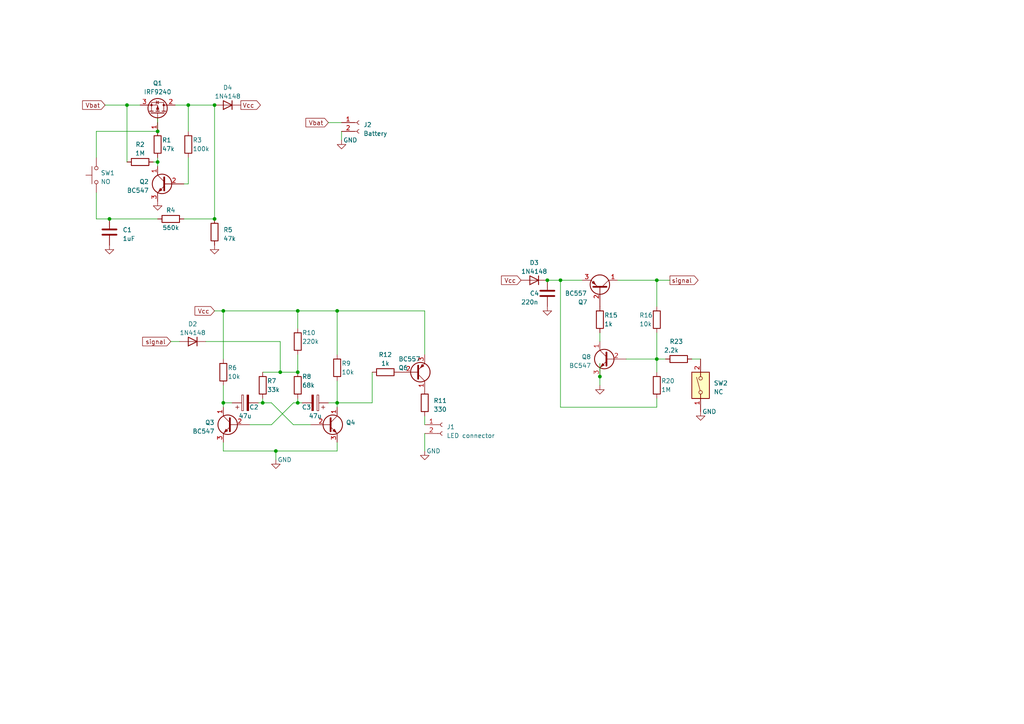
<source format=kicad_sch>
(kicad_sch (version 20230121) (generator eeschema)
  (paper "A4")
  (lib_symbols
    (symbol "Connector:Conn_01x02_Socket" (pin_names (offset 1.016) hide)
      (property "Reference" "J" (at 0 2.54 0))
      (property "Value" "Conn_01x02_Socket" (at 0 -5.08 0))
      (symbol "Conn_01x02_Socket_1_1"
        (arc (start 0 -2.032) (mid -0.5058 -2.54) (end 0 -3.048) (stroke (width 0.1524)))
        (polyline (pts (xy -1.27 -2.54) (xy -0.508 -2.54)) (stroke (width 0.1524)))
        (polyline (pts (xy -1.27 0) (xy -0.508 0)) (stroke (width 0.1524)))
        (arc (start 0 0.508) (mid -0.5058 0) (end 0 -0.508) (stroke (width 0.1524)))
        (pin passive line (at -5.08 0 0) (length 3.81) (name "Pin_1") (number "1"))
        (pin passive line (at -5.08 -2.54 0) (length 3.81) (name "Pin_2") (number "2"))
      )
    )
    (symbol "Device:C" (pin_numbers hide) (pin_names (offset 0.254))
      (property "Reference" "C" (at 0.635 2.54 0))
      (property "Value" "C" (at 0.635 -2.54 0))
      (symbol "C_0_1"
        (polyline (pts (xy -2.032 -0.762) (xy 2.032 -0.762)) (stroke (width 0.508)))
        (polyline (pts (xy -2.032 0.762) (xy 2.032 0.762)) (stroke (width 0.508)))
      )
      (symbol "C_1_1"
        (pin passive line (at 0 3.81 270) (length 2.794) (name "~") (number "1"))
        (pin passive line (at 0 -3.81 90) (length 2.794) (name "~") (number "2"))
      )
    )
    (symbol "Device:C_Polarized" (pin_numbers hide) (pin_names (offset 0.254))
      (property "Reference" "C" (at 0.635 2.54 0))
      (property "Value" "C_Polarized" (at 0.635 -2.54 0))
      (symbol "C_Polarized_0_1"
        (rectangle (start -2.286 0.508) (end 2.286 1.016))
        (polyline (pts (xy -1.778 2.286) (xy -0.762 2.286)))
        (polyline (pts (xy -1.27 2.794) (xy -1.27 1.778)))
        (rectangle (start 2.286 -0.508) (end -2.286 -1.016) (fill (type outline)))
      )
      (symbol "C_Polarized_1_1"
        (pin passive line (at 0 3.81 270) (length 2.794) (name "~") (number "1"))
        (pin passive line (at 0 -3.81 90) (length 2.794) (name "~") (number "2"))
      )
    )
    (symbol "Device:Q_NPN_CBE" (pin_names (offset 0) hide)
      (property "Reference" "Q" (at 5.08 1.27 0))
      (property "Value" "Q_NPN_CBE" (at 5.08 -1.27 0))
      (symbol "Q_NPN_CBE_0_1"
        (polyline (pts (xy 0.635 0.635) (xy 2.54 2.54)))
        (polyline (pts (xy 0.635 -0.635) (xy 2.54 -2.54) (xy 2.54 -2.54)))
        (polyline (pts (xy 0.635 1.905) (xy 0.635 -1.905) (xy 0.635 -1.905)) (stroke (width 0.508)))
        (polyline (pts (xy 1.27 -1.778) (xy 1.778 -1.27) (xy 2.286 -2.286) (xy 1.27 -1.778) (xy 1.27 -1.778)) (fill (type outline)))
        (circle (center 1.27 0) (radius 2.8194) (stroke (width 0.254)))
      )
      (symbol "Q_NPN_CBE_1_1"
        (pin passive line (at 2.54 5.08 270) (length 2.54) (name "C") (number "1"))
        (pin input line (at -5.08 0 0) (length 5.715) (name "B") (number "2"))
        (pin passive line (at 2.54 -5.08 90) (length 2.54) (name "E") (number "3"))
      )
    )
    (symbol "Device:Q_PMOS_GDS" (pin_names (offset 0) hide)
      (property "Reference" "Q" (at 5.08 1.27 0))
      (property "Value" "Q_PMOS_GDS" (at 5.08 -1.27 0))
      (symbol "Q_PMOS_GDS_0_1"
        (polyline (pts (xy 0.254 0) (xy -2.54 0)))
        (polyline (pts (xy 0.254 1.905) (xy 0.254 -1.905)) (stroke (width 0.254)))
        (polyline (pts (xy 0.762 -1.27) (xy 0.762 -2.286)) (stroke (width 0.254)))
        (polyline (pts (xy 0.762 0.508) (xy 0.762 -0.508)) (stroke (width 0.254)))
        (polyline (pts (xy 0.762 2.286) (xy 0.762 1.27)) (stroke (width 0.254)))
        (polyline (pts (xy 2.54 2.54) (xy 2.54 1.778)))
        (polyline (pts (xy 2.54 -2.54) (xy 2.54 0) (xy 0.762 0)))
        (polyline (pts (xy 0.762 1.778) (xy 3.302 1.778) (xy 3.302 -1.778) (xy 0.762 -1.778)))
        (polyline (pts (xy 2.286 0) (xy 1.27 0.381) (xy 1.27 -0.381) (xy 2.286 0)) (fill (type outline)))
        (polyline (pts (xy 2.794 -0.508) (xy 2.921 -0.381) (xy 3.683 -0.381) (xy 3.81 -0.254)))
        (polyline (pts (xy 3.302 -0.381) (xy 2.921 0.254) (xy 3.683 0.254) (xy 3.302 -0.381)))
        (circle (center 1.651 0) (radius 2.794) (stroke (width 0.254)))
        (circle (center 2.54 -1.778) (radius 0.254) (fill (type outline)))
        (circle (center 2.54 1.778) (radius 0.254) (fill (type outline)))
      )
      (symbol "Q_PMOS_GDS_1_1"
        (pin input line (at -5.08 0 0) (length 2.54) (name "G") (number "1"))
        (pin passive line (at 2.54 5.08 270) (length 2.54) (name "D") (number "2"))
        (pin passive line (at 2.54 -5.08 90) (length 2.54) (name "S") (number "3"))
      )
    )
    (symbol "Device:R" (pin_numbers hide) (pin_names (offset 0))
      (property "Reference" "R" (at 2.032 0 90))
      (property "Value" "R" (at 0 0 90))
      (symbol "R_0_1"
        (rectangle (start -1.016 -2.54) (end 1.016 2.54) (stroke (width 0.254)))
      )
      (symbol "R_1_1"
        (pin passive line (at 0 3.81 270) (length 1.27) (name "~") (number "1"))
        (pin passive line (at 0 -3.81 90) (length 1.27) (name "~") (number "2"))
      )
    )
    (symbol "Diode:1N4148" (pin_numbers hide) (pin_names hide)
      (property "Reference" "D" (at 0 2.54 0))
      (property "Value" "1N4148" (at 0 -2.54 0))
      (symbol "1N4148_0_1"
        (polyline (pts (xy -1.27 1.27) (xy -1.27 -1.27)) (stroke (width 0.254)))
        (polyline (pts (xy 1.27 0) (xy -1.27 0)))
        (polyline (pts (xy 1.27 1.27) (xy 1.27 -1.27) (xy -1.27 0) (xy 1.27 1.27)) (stroke (width 0.254)))
      )
      (symbol "1N4148_1_1"
        (pin passive line (at -3.81 0 0) (length 2.54) (name "K") (number "1"))
        (pin passive line (at 3.81 0 180) (length 2.54) (name "A") (number "2"))
      )
    )
    (symbol "Switch:SW_DIP_x01" (pin_names (offset 0) hide)
      (property "Reference" "SW" (at 0 3.81 0))
      (property "Value" "SW_DIP_x01" (at 0 -3.81 0))
      (symbol "SW_DIP_x01_0_0"
        (circle (center -2.032 0) (radius 0.508))
        (polyline (pts (xy -1.524 0.127) (xy 2.3622 1.1684)))
        (circle (center 2.032 0) (radius 0.508))
      )
      (symbol "SW_DIP_x01_0_1"
        (rectangle (start -3.81 2.54) (end 3.81 -2.54) (stroke (width 0.254)) (fill (type background)))
      )
      (symbol "SW_DIP_x01_1_1"
        (pin passive line (at -7.62 0 0) (length 5.08) (name "~") (number "1"))
        (pin passive line (at 7.62 0 180) (length 5.08) (name "~") (number "2"))
      )
    )
    (symbol "Switch:SW_Push" (pin_numbers hide) (pin_names (offset 1.016) hide)
      (property "Reference" "SW" (at 1.27 2.54 0))
      (property "Value" "SW_Push" (at 0 -1.524 0))
      (symbol "SW_Push_0_1"
        (circle (center -2.032 0) (radius 0.508))
        (polyline (pts (xy 0 1.27) (xy 0 3.048)))
        (polyline (pts (xy 2.54 1.27) (xy -2.54 1.27)))
        (circle (center 2.032 0) (radius 0.508))
        (pin passive line (at -5.08 0 0) (length 2.54) (name "1") (number "1"))
        (pin passive line (at 5.08 0 180) (length 2.54) (name "2") (number "2"))
      )
    )
    (symbol "Transistor_BJT:BC557" (pin_names (offset 0) hide)
      (property "Reference" "Q" (at 5.08 1.905 0))
      (property "Value" "BC557" (at 5.08 0 0))
      (symbol "BC557_0_1"
        (polyline (pts (xy 0.635 0.635) (xy 2.54 2.54)))
        (polyline (pts (xy 0.635 -0.635) (xy 2.54 -2.54) (xy 2.54 -2.54)))
        (polyline (pts (xy 0.635 1.905) (xy 0.635 -1.905) (xy 0.635 -1.905)) (stroke (width 0.508)))
        (polyline (pts (xy 2.286 -1.778) (xy 1.778 -2.286) (xy 1.27 -1.27) (xy 2.286 -1.778) (xy 2.286 -1.778)) (fill (type outline)))
        (circle (center 1.27 0) (radius 2.8194) (stroke (width 0.254)))
      )
      (symbol "BC557_1_1"
        (pin passive line (at 2.54 5.08 270) (length 2.54) (name "C") (number "1"))
        (pin input line (at -5.08 0 0) (length 5.715) (name "B") (number "2"))
        (pin passive line (at 2.54 -5.08 90) (length 2.54) (name "E") (number "3"))
      )
    )
    (symbol "power:GND" (power) (pin_names (offset 0))
      (property "Value" "GND" (at 0 -3.81 0))
      (symbol "GND_0_1"
        (polyline (pts (xy 0 0) (xy 0 -1.27) (xy 1.27 -1.27) (xy 0 -2.54) (xy -1.27 -1.27) (xy 0 -1.27)))
      )
      (symbol "GND_1_1"
        (pin power_in line (at 0 0 270) (length 0) hide (name "GND") (number "1"))
      )
    )
  )
  (junction (at 76.2 116.84))
  (junction (at 62.23 63.5))
  (junction (at 97.79 90.17))
  (junction (at 86.36 90.17))
  (junction (at 62.23 30.48))
  (junction (at 162.56 81.28))
  (junction (at 64.77 116.84))
  (junction (at 64.77 90.17))
  (junction (at 86.36 107.95))
  (junction (at 190.5 104.14))
  (junction (at 173.99 109.22))
  (junction (at 54.61 30.48))
  (junction (at 190.5 81.28))
  (junction (at 86.36 116.84))
  (junction (at 97.79 116.84))
  (junction (at 31.75 63.5))
  (junction (at 45.72 38.1))
  (junction (at 45.72 46.99))
  (junction (at 80.01 130.81))
  (junction (at 36.83 30.48))
  (junction (at 81.28 107.95))
  (junction (at 158.75 81.28))
  (wire (pts (xy 53.34 63.5) (xy 62.23 63.5)))
  (wire (pts (xy 76.2 115.57) (xy 76.2 116.84)))
  (wire (pts (xy 64.77 130.81) (xy 80.01 130.81)))
  (wire (pts (xy 80.01 130.81) (xy 97.79 130.81)))
  (wire (pts (xy 53.34 53.34) (xy 54.61 53.34)))
  (wire (pts (xy 64.77 90.17) (xy 86.36 90.17)))
  (wire (pts (xy 99.06 38.1) (xy 99.06 40.64)))
  (wire (pts (xy 64.77 116.84) (xy 64.77 118.11)))
  (wire (pts (xy 59.69 99.06) (xy 81.28 99.06)))
  (wire (pts (xy 190.5 96.52) (xy 190.5 104.14)))
  (wire (pts (xy 27.94 45.72) (xy 27.94 38.1)))
  (wire (pts (xy 64.77 111.76) (xy 64.77 116.84)))
  (wire (pts (xy 97.79 116.84) (xy 97.79 118.11)))
  (wire (pts (xy 173.99 105.41) (xy 173.99 109.22)))
  (wire (pts (xy 36.83 30.48) (xy 36.83 46.99)))
  (wire (pts (xy 86.36 90.17) (xy 86.36 95.25)))
  (wire (pts (xy 97.79 90.17) (xy 97.79 102.87)))
  (wire (pts (xy 97.79 128.27) (xy 97.79 130.81)))
  (wire (pts (xy 162.56 118.11) (xy 190.5 118.11)))
  (wire (pts (xy 81.28 99.06) (xy 81.28 107.95)))
  (wire (pts (xy 27.94 63.5) (xy 31.75 63.5)))
  (wire (pts (xy 45.72 34.29) (xy 45.72 38.1)))
  (wire (pts (xy 27.94 38.1) (xy 45.72 38.1)))
  (wire (pts (xy 190.5 115.57) (xy 190.5 118.11)))
  (wire (pts (xy 190.5 104.14) (xy 193.04 104.14)))
  (wire (pts (xy 72.39 123.19) (xy 78.74 123.19)))
  (wire (pts (xy 97.79 116.84) (xy 107.95 116.84)))
  (wire (pts (xy 162.56 81.28) (xy 162.56 118.11)))
  (wire (pts (xy 179.07 81.28) (xy 190.5 81.28)))
  (wire (pts (xy 190.5 81.28) (xy 190.5 88.9)))
  (wire (pts (xy 85.09 123.19) (xy 78.74 116.84)))
  (wire (pts (xy 27.94 55.88) (xy 27.94 63.5)))
  (wire (pts (xy 86.36 115.57) (xy 86.36 116.84)))
  (wire (pts (xy 62.23 90.17) (xy 64.77 90.17)))
  (wire (pts (xy 64.77 90.17) (xy 64.77 104.14)))
  (wire (pts (xy 123.19 102.87) (xy 123.19 90.17)))
  (wire (pts (xy 190.5 81.28) (xy 194.31 81.28)))
  (wire (pts (xy 81.28 107.95) (xy 86.36 107.95)))
  (wire (pts (xy 173.99 109.22) (xy 173.99 111.76)))
  (wire (pts (xy 74.93 116.84) (xy 76.2 116.84)))
  (wire (pts (xy 45.72 46.99) (xy 45.72 48.26)))
  (wire (pts (xy 31.75 63.5) (xy 45.72 63.5)))
  (wire (pts (xy 107.95 107.95) (xy 107.95 116.84)))
  (wire (pts (xy 162.56 81.28) (xy 168.91 81.28)))
  (wire (pts (xy 86.36 116.84) (xy 87.63 116.84)))
  (wire (pts (xy 190.5 104.14) (xy 190.5 107.95)))
  (wire (pts (xy 54.61 30.48) (xy 62.23 30.48)))
  (wire (pts (xy 62.23 30.48) (xy 62.23 63.5)))
  (wire (pts (xy 54.61 45.72) (xy 54.61 53.34)))
  (wire (pts (xy 54.61 38.1) (xy 54.61 30.48)))
  (wire (pts (xy 200.66 104.14) (xy 203.2 104.14)))
  (wire (pts (xy 64.77 128.27) (xy 64.77 130.81)))
  (wire (pts (xy 44.45 46.99) (xy 45.72 46.99)))
  (wire (pts (xy 30.48 30.48) (xy 36.83 30.48)))
  (wire (pts (xy 76.2 116.84) (xy 78.74 116.84)))
  (wire (pts (xy 64.77 116.84) (xy 67.31 116.84)))
  (wire (pts (xy 95.25 116.84) (xy 97.79 116.84)))
  (wire (pts (xy 95.25 35.56) (xy 99.06 35.56)))
  (wire (pts (xy 97.79 90.17) (xy 123.19 90.17)))
  (wire (pts (xy 90.17 123.19) (xy 85.09 123.19)))
  (wire (pts (xy 45.72 45.72) (xy 45.72 46.99)))
  (wire (pts (xy 181.61 104.14) (xy 190.5 104.14)))
  (wire (pts (xy 123.19 125.73) (xy 123.19 130.81)))
  (wire (pts (xy 50.8 30.48) (xy 54.61 30.48)))
  (wire (pts (xy 86.36 102.87) (xy 86.36 107.95)))
  (wire (pts (xy 97.79 110.49) (xy 97.79 116.84)))
  (wire (pts (xy 123.19 120.65) (xy 123.19 123.19)))
  (wire (pts (xy 85.09 116.84) (xy 86.36 116.84)))
  (wire (pts (xy 173.99 96.52) (xy 173.99 99.06)))
  (wire (pts (xy 49.53 99.06) (xy 52.07 99.06)))
  (wire (pts (xy 86.36 90.17) (xy 97.79 90.17)))
  (wire (pts (xy 80.01 130.81) (xy 80.01 133.35)))
  (wire (pts (xy 78.74 123.19) (xy 85.09 116.84)))
  (wire (pts (xy 76.2 107.95) (xy 81.28 107.95)))
  (wire (pts (xy 36.83 30.48) (xy 40.64 30.48)))
  (wire (pts (xy 158.75 81.28) (xy 162.56 81.28)))
  (global_label "Vcc" (shape output) (at 69.85 30.48 0) (property "Intersheetrefs" "${INTERSHEET_REFS}" (effects hide)))
  (global_label "signal" (shape output) (at 194.31 81.28 0) (property "Intersheetrefs" "${INTERSHEET_REFS}" (effects hide)))
  (global_label "Vcc" (shape input) (at 62.23 90.17 180) (property "Intersheetrefs" "${INTERSHEET_REFS}" (effects hide)))
  (global_label "Vbat" (shape input) (at 95.25 35.56 180) (property "Intersheetrefs" "${INTERSHEET_REFS}" (effects hide)))
  (global_label "Vbat" (shape input) (at 30.48 30.48 180) (property "Intersheetrefs" "${INTERSHEET_REFS}" (effects hide)))
  (global_label "Vcc" (shape input) (at 151.13 81.28 180) (property "Intersheetrefs" "${INTERSHEET_REFS}" (effects hide)))
  (global_label "signal" (shape input) (at 49.53 99.06 180) (property "Intersheetrefs" "${INTERSHEET_REFS}" (effects hide)))
  (symbol (lib_id "Device:C") (at 158.75 85.09 0) (unit 1)
    (property "Reference" "C4" (at 153.67 85.09 0) (effects (justify left)))
    (property "Value" "220n" (at 151.13 87.63 0) (effects (justify left)))
    (property "Footprint" "Capacitor_THT:C_Disc_D3.0mm_W2.0mm_P2.50mm" (effects hide))
  )
  (symbol (lib_id "Device:Q_PMOS_GDS") (at 45.72 33.02 270) (mirror x) (unit 1)
    (property "Reference" "Q1" (at 45.72 24.13 90))
    (property "Value" "IRF9240" (at 45.72 26.67 90))
    (property "Footprint" "Package_TO_SOT_THT:TO-220-3_Vertical" (effects hide))
  )
  (symbol (lib_id "Device:Q_NPN_CBE") (at 48.26 53.34 0) (mirror y) (unit 1)
    (property "Reference" "Q2" (at 43.18 52.705 0) (effects (justify left)))
    (property "Value" "BC547" (at 43.18 55.245 0) (effects (justify left)))
    (property "Footprint" "Package_TO_SOT_THT:TO-92L_Inline_Wide" (effects hide))
  )
  (symbol (lib_id "Device:R") (at 86.36 111.76 0) (unit 1)
    (property "Reference" "R8" (at 87.63 109.22 0) (effects (justify left)))
    (property "Value" "68k" (at 87.63 111.76 0) (effects (justify left)))
    (property "Footprint" "Resistor_THT:R_Axial_DIN0204_L3.6mm_D1.6mm_P7.62mm_Horizontal" (effects hide))
  )
  (symbol (lib_id "Device:R") (at 173.99 92.71 0) (unit 1)
    (property "Reference" "R15" (at 175.26 91.44 0) (effects (justify left)))
    (property "Value" "1k" (at 175.26 93.98 0) (effects (justify left)))
    (property "Footprint" "Resistor_THT:R_Axial_DIN0204_L3.6mm_D1.6mm_P7.62mm_Horizontal" (effects hide))
  )
  (symbol (lib_id "power:GND") (at 158.75 88.9 0) (unit 1)
    (property "Reference" "#PWR06" (effects hide))
    (property "Value" "GND" (effects hide))
  )
  (symbol (lib_id "Switch:SW_Push") (at 27.94 50.8 90) (unit 1)
    (property "Reference" "SW1" (at 29.21 50.165 90) (effects (justify right)))
    (property "Value" "NO" (at 29.21 52.705 90) (effects (justify right)))
    (property "Footprint" "Button_Switch_THT:SW_Tactile_SKHH_Angled" (effects hide))
  )
  (symbol (lib_id "Device:R") (at 64.77 107.95 180) (unit 1)
    (property "Reference" "R6" (at 66.04 106.68 0) (effects (justify right)))
    (property "Value" "10k" (at 66.04 109.22 0) (effects (justify right)))
    (property "Footprint" "Resistor_THT:R_Axial_DIN0204_L3.6mm_D1.6mm_P7.62mm_Horizontal" (effects hide))
  )
  (symbol (lib_id "Device:R") (at 40.64 46.99 90) (unit 1)
    (property "Reference" "R2" (at 40.64 41.91 90))
    (property "Value" "1M" (at 40.64 44.45 90))
    (property "Footprint" "Resistor_THT:R_Axial_DIN0204_L3.6mm_D1.6mm_P7.62mm_Horizontal" (effects hide))
  )
  (symbol (lib_id "Diode:1N4148") (at 154.94 81.28 180) (unit 1)
    (property "Reference" "D3" (at 154.94 76.2 0))
    (property "Value" "1N4148" (at 154.94 78.74 0))
    (property "Footprint" "Diode_THT:D_DO-35_SOD27_P7.62mm_Horizontal" (effects hide))
    (property "Datasheet" "https://assets.nexperia.com/documents/data-sheet/1N4148_1N4448.pdf" (effects hide))
    (property "Sim.Device" "D" (effects hide))
    (property "Sim.Pins" "1=K 2=A" (effects hide))
  )
  (symbol (lib_id "Device:C") (at 31.75 67.31 0) (unit 1)
    (property "Reference" "C1" (at 35.56 66.675 0) (effects (justify left)))
    (property "Value" "1uF" (at 35.56 69.215 0) (effects (justify left)))
    (property "Footprint" "Capacitor_THT:C_Disc_D3.0mm_W2.0mm_P2.50mm" (effects hide))
  )
  (symbol (lib_id "Diode:1N4148") (at 55.88 99.06 180) (unit 1)
    (property "Reference" "D2" (at 55.88 93.98 0))
    (property "Value" "1N4148" (at 55.88 96.52 0))
    (property "Footprint" "Diode_THT:D_DO-35_SOD27_P7.62mm_Horizontal" (effects hide))
    (property "Datasheet" "https://assets.nexperia.com/documents/data-sheet/1N4148_1N4448.pdf" (effects hide))
    (property "Sim.Device" "D" (effects hide))
    (property "Sim.Pins" "1=K 2=A" (effects hide))
  )
  (symbol (lib_id "Device:R") (at 111.76 107.95 90) (unit 1)
    (property "Reference" "R12" (at 111.76 102.87 90))
    (property "Value" "1k" (at 111.76 105.41 90))
    (property "Footprint" "Resistor_THT:R_Axial_DIN0204_L3.6mm_D1.6mm_P7.62mm_Horizontal" (effects hide))
  )
  (symbol (lib_id "power:GND") (at 31.75 71.12 0) (unit 1)
    (property "Reference" "#PWR02" (effects hide))
    (property "Value" "GND" (effects hide))
  )
  (symbol (lib_id "Device:R") (at 196.85 104.14 90) (unit 1)
    (property "Reference" "R23" (at 198.12 99.06 90) (effects (justify left)))
    (property "Value" "2.2k" (at 196.85 101.6 90) (effects (justify left)))
    (property "Footprint" "Resistor_THT:R_Axial_DIN0204_L3.6mm_D1.6mm_P7.62mm_Horizontal" (effects hide))
  )
  (symbol (lib_id "Device:R") (at 45.72 41.91 0) (unit 1)
    (property "Reference" "R1" (at 46.99 40.64 0) (effects (justify left)))
    (property "Value" "47k" (at 46.99 43.18 0) (effects (justify left)))
    (property "Footprint" "Resistor_THT:R_Axial_DIN0204_L3.6mm_D1.6mm_P7.62mm_Horizontal" (effects hide))
  )
  (symbol (lib_id "power:GND") (at 173.99 111.76 0) (unit 1)
    (property "Reference" "#PWR010" (effects hide))
    (property "Value" "GND" (effects hide))
  )
  (symbol (lib_id "Device:R") (at 76.2 111.76 0) (unit 1)
    (property "Reference" "R7" (at 77.47 110.49 0) (effects (justify left)))
    (property "Value" "33k" (at 77.47 113.03 0) (effects (justify left)))
    (property "Footprint" "Resistor_THT:R_Axial_DIN0204_L3.6mm_D1.6mm_P7.62mm_Horizontal" (effects hide))
  )
  (symbol (lib_id "power:GND") (at 45.72 58.42 0) (unit 1)
    (property "Reference" "#PWR01" (effects hide))
    (property "Value" "GND" (effects hide))
  )
  (symbol (lib_id "power:GND") (at 80.01 133.35 0) (unit 1)
    (property "Reference" "#PWR04" (effects hide))
    (property "Value" "GND" (at 82.55 133.35 0))
  )
  (symbol (lib_id "Device:R") (at 49.53 63.5 90) (unit 1)
    (property "Reference" "R4" (at 49.53 60.96 90))
    (property "Value" "560k" (at 49.53 66.04 90))
    (property "Footprint" "Resistor_THT:R_Axial_DIN0204_L3.6mm_D1.6mm_P7.62mm_Horizontal" (effects hide))
  )
  (symbol (lib_id "Device:R") (at 190.5 92.71 180) (unit 1)
    (property "Reference" "R16" (at 185.42 91.44 0) (effects (justify right)))
    (property "Value" "10k" (at 185.42 93.98 0) (effects (justify right)))
    (property "Footprint" "Resistor_THT:R_Axial_DIN0204_L3.6mm_D1.6mm_P7.62mm_Horizontal" (effects hide))
  )
  (symbol (lib_id "Connector:Conn_01x02_Socket") (at 104.14 35.56 0) (unit 1)
    (property "Reference" "J2" (at 105.41 36.195 0) (effects (justify left)))
    (property "Value" "Battery" (at 105.41 38.735 0) (effects (justify left)))
    (property "Footprint" "Connector_PinHeader_2.54mm:PinHeader_1x02_P2.54mm_Vertical" (effects hide))
  )
  (symbol (lib_id "Diode:1N4148") (at 66.04 30.48 180) (unit 1)
    (property "Reference" "D4" (at 66.04 25.4 0))
    (property "Value" "1N4148" (at 66.04 27.94 0))
    (property "Footprint" "Diode_THT:D_DO-35_SOD27_P7.62mm_Horizontal" (effects hide))
    (property "Datasheet" "https://assets.nexperia.com/documents/data-sheet/1N4148_1N4448.pdf" (effects hide))
    (property "Sim.Device" "D" (effects hide))
    (property "Sim.Pins" "1=K 2=A" (effects hide))
  )
  (symbol (lib_id "power:GND") (at 99.06 40.64 0) (unit 1)
    (property "Reference" "#PWR07" (effects hide))
    (property "Value" "GND" (at 101.6 40.64 0))
  )
  (symbol (lib_id "Device:R") (at 190.5 111.76 0) (unit 1)
    (property "Reference" "R20" (at 191.77 110.49 0) (effects (justify left)))
    (property "Value" "1M" (at 191.77 113.03 0) (effects (justify left)))
    (property "Footprint" "Resistor_THT:R_Axial_DIN0204_L3.6mm_D1.6mm_P7.62mm_Horizontal" (effects hide))
  )
  (symbol (lib_id "Device:R") (at 97.79 106.68 0) (unit 1)
    (property "Reference" "R9" (at 99.06 105.41 0) (effects (justify left)))
    (property "Value" "10k" (at 99.06 107.95 0) (effects (justify left)))
    (property "Footprint" "Resistor_THT:R_Axial_DIN0204_L3.6mm_D1.6mm_P7.62mm_Horizontal" (effects hide))
  )
  (symbol (lib_id "Device:R") (at 86.36 99.06 0) (unit 1)
    (property "Reference" "R10" (at 87.63 96.52 0) (effects (justify left)))
    (property "Value" "220k" (at 87.63 99.06 0) (effects (justify left)))
    (property "Footprint" "Resistor_THT:R_Axial_DIN0204_L3.6mm_D1.6mm_P7.62mm_Horizontal" (effects hide))
  )
  (symbol (lib_id "Transistor_BJT:BC557") (at 120.65 107.95 0) (mirror x) (unit 1)
    (property "Reference" "Q6" (at 115.57 106.68 0) (effects (justify left)))
    (property "Value" "BC557" (at 115.57 104.14 0) (effects (justify left)))
    (property "Footprint" "Package_TO_SOT_THT:TO-92L_Inline_Wide" (effects hide))
    (property "Datasheet" "https://www.onsemi.com/pub/Collateral/BC556BTA-D.pdf" (effects hide))
  )
  (symbol (lib_id "Switch:SW_DIP_x01") (at 203.2 111.76 90) (unit 1)
    (property "Reference" "SW2" (at 207.01 111.125 90) (effects (justify right)))
    (property "Value" "NC" (at 207.01 113.665 90) (effects (justify right)))
    (property "Footprint" "Resistor_THT:R_Axial_DIN0414_L11.9mm_D4.5mm_P20.32mm_Horizontal" (effects hide))
  )
  (symbol (lib_id "Device:R") (at 123.19 116.84 0) (unit 1)
    (property "Reference" "R11" (at 125.73 116.205 0) (effects (justify left)))
    (property "Value" "330" (at 125.73 118.745 0) (effects (justify left)))
    (property "Footprint" "Resistor_THT:R_Axial_DIN0204_L3.6mm_D1.6mm_P7.62mm_Horizontal" (effects hide))
  )
  (symbol (lib_id "Connector:Conn_01x02_Socket") (at 128.27 123.19 0) (unit 1)
    (property "Reference" "J1" (at 129.54 123.825 0) (effects (justify left)))
    (property "Value" "LED connector" (at 129.54 126.365 0) (effects (justify left)))
    (property "Footprint" "Connector_PinHeader_2.54mm:PinHeader_1x02_P2.54mm_Vertical" (effects hide))
  )
  (symbol (lib_id "Device:R") (at 62.23 67.31 0) (unit 1)
    (property "Reference" "R5" (at 64.77 66.675 0) (effects (justify left)))
    (property "Value" "47k" (at 64.77 69.215 0) (effects (justify left)))
    (property "Footprint" "Resistor_THT:R_Axial_DIN0204_L3.6mm_D1.6mm_P7.62mm_Horizontal" (effects hide))
  )
  (symbol (lib_id "Device:C_Polarized") (at 91.44 116.84 270) (mirror x) (unit 1)
    (property "Reference" "C3" (at 88.9 118.11 90))
    (property "Value" "47u" (at 91.44 120.65 90))
    (property "Footprint" "Capacitor_THT:CP_Radial_D5.0mm_P2.50mm" (effects hide))
  )
  (symbol (lib_id "power:GND") (at 123.19 130.81 0) (unit 1)
    (property "Reference" "#PWR05" (effects hide))
    (property "Value" "GND" (at 125.73 130.81 0))
  )
  (symbol (lib_id "Device:R") (at 54.61 41.91 0) (unit 1)
    (property "Reference" "R3" (at 55.88 40.64 0) (effects (justify left)))
    (property "Value" "100k" (at 55.88 43.18 0) (effects (justify left)))
    (property "Footprint" "Resistor_THT:R_Axial_DIN0204_L3.6mm_D1.6mm_P7.62mm_Horizontal" (effects hide))
  )
  (symbol (lib_id "Device:Q_NPN_CBE") (at 176.53 104.14 0) (mirror y) (unit 1)
    (property "Reference" "Q8" (at 171.45 103.505 0) (effects (justify left)))
    (property "Value" "BC547" (at 171.45 106.045 0) (effects (justify left)))
    (property "Footprint" "Package_TO_SOT_THT:TO-92L_Inline_Wide" (effects hide))
  )
  (symbol (lib_id "Device:C_Polarized") (at 71.12 116.84 90) (unit 1)
    (property "Reference" "C2" (at 73.66 118.11 90))
    (property "Value" "47u" (at 71.12 120.65 90))
    (property "Footprint" "Capacitor_THT:CP_Radial_D5.0mm_P2.50mm" (effects hide))
  )
  (symbol (lib_id "Device:Q_NPN_CBE") (at 95.25 123.19 0) (unit 1)
    (property "Reference" "Q4" (at 100.33 122.555 0) (effects (justify left)))
    (property "Value" "BC547" (effects hide))
    (property "Footprint" "Package_TO_SOT_THT:TO-92L_Inline_Wide" (effects hide))
  )
  (symbol (lib_id "Transistor_BJT:BC557") (at 173.99 83.82 270) (mirror x) (unit 1)
    (property "Reference" "Q7" (at 167.64 87.63 90) (effects (justify left)))
    (property "Value" "BC557" (at 163.83 85.09 90) (effects (justify left)))
    (property "Footprint" "Package_TO_SOT_THT:TO-92_Inline_Wide" (effects hide))
    (property "Datasheet" "https://www.onsemi.com/pub/Collateral/BC556BTA-D.pdf" (effects hide))
  )
  (symbol (lib_id "power:GND") (at 203.2 119.38 0) (unit 1)
    (property "Reference" "#PWR011" (effects hide))
    (property "Value" "GND" (at 205.74 119.38 0))
  )
  (symbol (lib_id "Device:Q_NPN_CBE") (at 67.31 123.19 0) (mirror y) (unit 1)
    (property "Reference" "Q3" (at 62.23 122.555 0) (effects (justify left)))
    (property "Value" "BC547" (at 62.23 125.095 0) (effects (justify left)))
    (property "Footprint" "Package_TO_SOT_THT:TO-92L_Inline_Wide" (effects hide))
  )
  (symbol (lib_id "power:GND") (at 62.23 71.12 0) (unit 1)
    (property "Reference" "#PWR03" (effects hide))
    (property "Value" "GND" (effects hide))
  )
)
</source>
